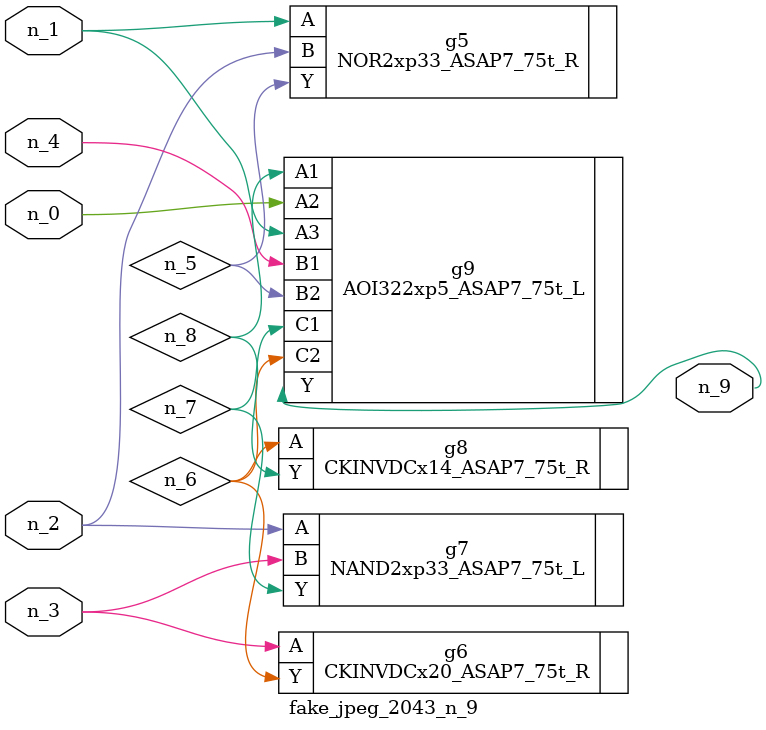
<source format=v>
module fake_jpeg_2043_n_9 (n_3, n_2, n_1, n_0, n_4, n_9);

input n_3;
input n_2;
input n_1;
input n_0;
input n_4;

output n_9;

wire n_8;
wire n_6;
wire n_5;
wire n_7;

NOR2xp33_ASAP7_75t_R g5 ( 
.A(n_1),
.B(n_2),
.Y(n_5)
);

CKINVDCx20_ASAP7_75t_R g6 ( 
.A(n_3),
.Y(n_6)
);

NAND2xp33_ASAP7_75t_L g7 ( 
.A(n_2),
.B(n_3),
.Y(n_7)
);

CKINVDCx14_ASAP7_75t_R g8 ( 
.A(n_6),
.Y(n_8)
);

AOI322xp5_ASAP7_75t_L g9 ( 
.A1(n_8),
.A2(n_0),
.A3(n_1),
.B1(n_4),
.B2(n_5),
.C1(n_7),
.C2(n_6),
.Y(n_9)
);


endmodule
</source>
